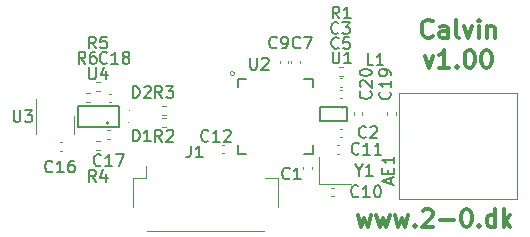
<source format=gbr>
%TF.GenerationSoftware,KiCad,Pcbnew,5.1.9-73d0e3b20d~88~ubuntu20.04.1*%
%TF.CreationDate,2021-04-10T20:27:40+02:00*%
%TF.ProjectId,calvin,63616c76-696e-42e6-9b69-6361645f7063,v1.00*%
%TF.SameCoordinates,Original*%
%TF.FileFunction,Legend,Top*%
%TF.FilePolarity,Positive*%
%FSLAX46Y46*%
G04 Gerber Fmt 4.6, Leading zero omitted, Abs format (unit mm)*
G04 Created by KiCad (PCBNEW 5.1.9-73d0e3b20d~88~ubuntu20.04.1) date 2021-04-10 20:27:40*
%MOMM*%
%LPD*%
G01*
G04 APERTURE LIST*
%ADD10C,0.300000*%
%ADD11C,0.120000*%
%ADD12C,0.150000*%
%ADD13C,0.050000*%
%ADD14C,0.100000*%
%ADD15C,0.152400*%
G04 APERTURE END LIST*
D10*
X161500000Y-108348571D02*
X161785714Y-109348571D01*
X162071428Y-108634285D01*
X162357142Y-109348571D01*
X162642857Y-108348571D01*
X163071428Y-108348571D02*
X163357142Y-109348571D01*
X163642857Y-108634285D01*
X163928571Y-109348571D01*
X164214285Y-108348571D01*
X164642857Y-108348571D02*
X164928571Y-109348571D01*
X165214285Y-108634285D01*
X165500000Y-109348571D01*
X165785714Y-108348571D01*
X166357142Y-109205714D02*
X166428571Y-109277142D01*
X166357142Y-109348571D01*
X166285714Y-109277142D01*
X166357142Y-109205714D01*
X166357142Y-109348571D01*
X167000000Y-107991428D02*
X167071428Y-107920000D01*
X167214285Y-107848571D01*
X167571428Y-107848571D01*
X167714285Y-107920000D01*
X167785714Y-107991428D01*
X167857142Y-108134285D01*
X167857142Y-108277142D01*
X167785714Y-108491428D01*
X166928571Y-109348571D01*
X167857142Y-109348571D01*
X168500000Y-108777142D02*
X169642857Y-108777142D01*
X170642857Y-107848571D02*
X170785714Y-107848571D01*
X170928571Y-107920000D01*
X171000000Y-107991428D01*
X171071428Y-108134285D01*
X171142857Y-108420000D01*
X171142857Y-108777142D01*
X171071428Y-109062857D01*
X171000000Y-109205714D01*
X170928571Y-109277142D01*
X170785714Y-109348571D01*
X170642857Y-109348571D01*
X170500000Y-109277142D01*
X170428571Y-109205714D01*
X170357142Y-109062857D01*
X170285714Y-108777142D01*
X170285714Y-108420000D01*
X170357142Y-108134285D01*
X170428571Y-107991428D01*
X170500000Y-107920000D01*
X170642857Y-107848571D01*
X171785714Y-109205714D02*
X171857142Y-109277142D01*
X171785714Y-109348571D01*
X171714285Y-109277142D01*
X171785714Y-109205714D01*
X171785714Y-109348571D01*
X173142857Y-109348571D02*
X173142857Y-107848571D01*
X173142857Y-109277142D02*
X173000000Y-109348571D01*
X172714285Y-109348571D01*
X172571428Y-109277142D01*
X172500000Y-109205714D01*
X172428571Y-109062857D01*
X172428571Y-108634285D01*
X172500000Y-108491428D01*
X172571428Y-108420000D01*
X172714285Y-108348571D01*
X173000000Y-108348571D01*
X173142857Y-108420000D01*
X173857142Y-109348571D02*
X173857142Y-107848571D01*
X174000000Y-108777142D02*
X174428571Y-109348571D01*
X174428571Y-108348571D02*
X173857142Y-108920000D01*
X167835714Y-93190714D02*
X167764285Y-93262142D01*
X167550000Y-93333571D01*
X167407142Y-93333571D01*
X167192857Y-93262142D01*
X167050000Y-93119285D01*
X166978571Y-92976428D01*
X166907142Y-92690714D01*
X166907142Y-92476428D01*
X166978571Y-92190714D01*
X167050000Y-92047857D01*
X167192857Y-91905000D01*
X167407142Y-91833571D01*
X167550000Y-91833571D01*
X167764285Y-91905000D01*
X167835714Y-91976428D01*
X169121428Y-93333571D02*
X169121428Y-92547857D01*
X169050000Y-92405000D01*
X168907142Y-92333571D01*
X168621428Y-92333571D01*
X168478571Y-92405000D01*
X169121428Y-93262142D02*
X168978571Y-93333571D01*
X168621428Y-93333571D01*
X168478571Y-93262142D01*
X168407142Y-93119285D01*
X168407142Y-92976428D01*
X168478571Y-92833571D01*
X168621428Y-92762142D01*
X168978571Y-92762142D01*
X169121428Y-92690714D01*
X170050000Y-93333571D02*
X169907142Y-93262142D01*
X169835714Y-93119285D01*
X169835714Y-91833571D01*
X170478571Y-92333571D02*
X170835714Y-93333571D01*
X171192857Y-92333571D01*
X171764285Y-93333571D02*
X171764285Y-92333571D01*
X171764285Y-91833571D02*
X171692857Y-91905000D01*
X171764285Y-91976428D01*
X171835714Y-91905000D01*
X171764285Y-91833571D01*
X171764285Y-91976428D01*
X172478571Y-92333571D02*
X172478571Y-93333571D01*
X172478571Y-92476428D02*
X172550000Y-92405000D01*
X172692857Y-92333571D01*
X172907142Y-92333571D01*
X173050000Y-92405000D01*
X173121428Y-92547857D01*
X173121428Y-93333571D01*
X167192857Y-94883571D02*
X167550000Y-95883571D01*
X167907142Y-94883571D01*
X169264285Y-95883571D02*
X168407142Y-95883571D01*
X168835714Y-95883571D02*
X168835714Y-94383571D01*
X168692857Y-94597857D01*
X168550000Y-94740714D01*
X168407142Y-94812142D01*
X169907142Y-95740714D02*
X169978571Y-95812142D01*
X169907142Y-95883571D01*
X169835714Y-95812142D01*
X169907142Y-95740714D01*
X169907142Y-95883571D01*
X170907142Y-94383571D02*
X171050000Y-94383571D01*
X171192857Y-94455000D01*
X171264285Y-94526428D01*
X171335714Y-94669285D01*
X171407142Y-94955000D01*
X171407142Y-95312142D01*
X171335714Y-95597857D01*
X171264285Y-95740714D01*
X171192857Y-95812142D01*
X171050000Y-95883571D01*
X170907142Y-95883571D01*
X170764285Y-95812142D01*
X170692857Y-95740714D01*
X170621428Y-95597857D01*
X170550000Y-95312142D01*
X170550000Y-94955000D01*
X170621428Y-94669285D01*
X170692857Y-94526428D01*
X170764285Y-94455000D01*
X170907142Y-94383571D01*
X172335714Y-94383571D02*
X172478571Y-94383571D01*
X172621428Y-94455000D01*
X172692857Y-94526428D01*
X172764285Y-94669285D01*
X172835714Y-94955000D01*
X172835714Y-95312142D01*
X172764285Y-95597857D01*
X172692857Y-95740714D01*
X172621428Y-95812142D01*
X172478571Y-95883571D01*
X172335714Y-95883571D01*
X172192857Y-95812142D01*
X172121428Y-95740714D01*
X172050000Y-95597857D01*
X171978571Y-95312142D01*
X171978571Y-94955000D01*
X172050000Y-94669285D01*
X172121428Y-94526428D01*
X172192857Y-94455000D01*
X172335714Y-94383571D01*
D11*
%TO.C,J1*%
X142490000Y-107715000D02*
X142490000Y-105215000D01*
X142490000Y-105215000D02*
X143540000Y-105215000D01*
X143540000Y-105215000D02*
X143540000Y-104225000D01*
X154710000Y-107715000D02*
X154710000Y-105215000D01*
X154710000Y-105215000D02*
X153660000Y-105215000D01*
X143660000Y-109685000D02*
X153540000Y-109685000D01*
%TO.C,AE1*%
X165000000Y-98000000D02*
X175000000Y-98000000D01*
X175000000Y-98000000D02*
X175000000Y-107000000D01*
X175000000Y-107000000D02*
X165000000Y-107000000D01*
X165000000Y-107000000D02*
X165000000Y-98000000D01*
D12*
%TO.C,U4*%
X137785500Y-99111000D02*
X137785500Y-100889000D01*
X137785500Y-100889000D02*
X141278000Y-100889000D01*
X141278000Y-100889000D02*
X141278000Y-99111000D01*
X141278000Y-99111000D02*
X137785500Y-99111000D01*
X140415303Y-100571500D02*
G75*
G03*
X140415303Y-100571500I-89803J0D01*
G01*
D11*
%TO.C,C1*%
X157628600Y-104292164D02*
X157628600Y-104507836D01*
X156908600Y-104292164D02*
X156908600Y-104507836D01*
%TO.C,C2*%
X159992164Y-101040000D02*
X160207836Y-101040000D01*
X159992164Y-101760000D02*
X160207836Y-101760000D01*
%TO.C,C3*%
X159992164Y-96780000D02*
X160207836Y-96780000D01*
X159992164Y-97500000D02*
X160207836Y-97500000D01*
%TO.C,C5*%
X159992164Y-97740000D02*
X160207836Y-97740000D01*
X159992164Y-98460000D02*
X160207836Y-98460000D01*
%TO.C,C7*%
X155870000Y-95507836D02*
X155870000Y-95292164D01*
X156590000Y-95507836D02*
X156590000Y-95292164D01*
%TO.C,C9*%
X154900000Y-95507836D02*
X154900000Y-95292164D01*
X155620000Y-95507836D02*
X155620000Y-95292164D01*
%TO.C,C10*%
X159487836Y-106760000D02*
X159272164Y-106760000D01*
X159487836Y-106040000D02*
X159272164Y-106040000D01*
%TO.C,C11*%
X159927836Y-103160000D02*
X159712164Y-103160000D01*
X159927836Y-102440000D02*
X159712164Y-102440000D01*
%TO.C,C12*%
X150207836Y-103128600D02*
X149992164Y-103128600D01*
X150207836Y-102408600D02*
X149992164Y-102408600D01*
%TO.C,R1*%
X159946359Y-95790000D02*
X160253641Y-95790000D01*
X159946359Y-96550000D02*
X160253641Y-96550000D01*
D13*
%TO.C,U1*%
X160218600Y-99350000D02*
G75*
G03*
X160218600Y-99350000I-50000J0D01*
G01*
D12*
X160568600Y-99175000D02*
X160568600Y-100425000D01*
X158343600Y-99175000D02*
X160568600Y-99175000D01*
X158343600Y-100425000D02*
X158343600Y-99175000D01*
X160568600Y-100425000D02*
X158343600Y-100425000D01*
D14*
%TO.C,D1*%
X142160000Y-100500000D02*
G75*
G03*
X142160000Y-100500000I-50000J0D01*
G01*
%TO.C,D2*%
X142160000Y-99500000D02*
G75*
G03*
X142160000Y-99500000I-50000J0D01*
G01*
D11*
%TO.C,C16*%
X136487836Y-102940000D02*
X136272164Y-102940000D01*
X136487836Y-102220000D02*
X136272164Y-102220000D01*
%TO.C,R2*%
X145263641Y-100880000D02*
X144956359Y-100880000D01*
X145263641Y-100120000D02*
X144956359Y-100120000D01*
%TO.C,R3*%
X145263641Y-99880000D02*
X144956359Y-99880000D01*
X145263641Y-99120000D02*
X144956359Y-99120000D01*
%TO.C,R4*%
X139346359Y-102120000D02*
X139653641Y-102120000D01*
X139346359Y-102880000D02*
X139653641Y-102880000D01*
%TO.C,R5*%
X139346359Y-97090000D02*
X139653641Y-97090000D01*
X139346359Y-97850000D02*
X139653641Y-97850000D01*
%TO.C,U3*%
X137510000Y-100000000D02*
X137510000Y-101500000D01*
X134290000Y-98500000D02*
X134290000Y-101500000D01*
%TO.C,C17*%
X140292164Y-101180000D02*
X140507836Y-101180000D01*
X140292164Y-101900000D02*
X140507836Y-101900000D01*
%TO.C,C18*%
X140627836Y-98800000D02*
X140412164Y-98800000D01*
X140627836Y-98080000D02*
X140412164Y-98080000D01*
%TO.C,R6*%
X138486359Y-98060000D02*
X138793641Y-98060000D01*
X138486359Y-98820000D02*
X138793641Y-98820000D01*
%TO.C,Y1*%
X158250000Y-105750000D02*
X160950000Y-105750000D01*
X158250000Y-103450000D02*
X158250000Y-105750000D01*
%TO.C,C19*%
X164000000Y-99887836D02*
X164000000Y-99672164D01*
X164720000Y-99887836D02*
X164720000Y-99672164D01*
%TO.C,C20*%
X161160000Y-99672164D02*
X161160000Y-99887836D01*
X161880000Y-99672164D02*
X161880000Y-99887836D01*
%TO.C,U2*%
X151070278Y-96400000D02*
G75*
G03*
X151070278Y-96400000I-180278J0D01*
G01*
D15*
X151325000Y-103175000D02*
X152028530Y-103175000D01*
X157675000Y-103175000D02*
X157675000Y-102471470D01*
X157675000Y-96825000D02*
X156971470Y-96825000D01*
X151325000Y-96825000D02*
X151325000Y-97528530D01*
X151325000Y-102471470D02*
X151325000Y-103175000D01*
X156971470Y-103175000D02*
X157675000Y-103175000D01*
X157675000Y-97528530D02*
X157675000Y-96825000D01*
X152028530Y-96825000D02*
X151325000Y-96825000D01*
D11*
X150950828Y-96400000D02*
G75*
G03*
X150950828Y-96400000I-60828J0D01*
G01*
%TO.C,J1*%
D12*
X147366666Y-102482380D02*
X147366666Y-103196666D01*
X147319047Y-103339523D01*
X147223809Y-103434761D01*
X147080952Y-103482380D01*
X146985714Y-103482380D01*
X148366666Y-103482380D02*
X147795238Y-103482380D01*
X148080952Y-103482380D02*
X148080952Y-102482380D01*
X147985714Y-102625238D01*
X147890476Y-102720476D01*
X147795238Y-102768095D01*
%TO.C,AE1*%
X164296666Y-105756666D02*
X164296666Y-105280476D01*
X164582380Y-105851904D02*
X163582380Y-105518571D01*
X164582380Y-105185238D01*
X164058571Y-104851904D02*
X164058571Y-104518571D01*
X164582380Y-104375714D02*
X164582380Y-104851904D01*
X163582380Y-104851904D01*
X163582380Y-104375714D01*
X164582380Y-103423333D02*
X164582380Y-103994761D01*
X164582380Y-103709047D02*
X163582380Y-103709047D01*
X163725238Y-103804285D01*
X163820476Y-103899523D01*
X163868095Y-103994761D01*
%TO.C,U4*%
X138738095Y-95852380D02*
X138738095Y-96661904D01*
X138785714Y-96757142D01*
X138833333Y-96804761D01*
X138928571Y-96852380D01*
X139119047Y-96852380D01*
X139214285Y-96804761D01*
X139261904Y-96757142D01*
X139309523Y-96661904D01*
X139309523Y-95852380D01*
X140214285Y-96185714D02*
X140214285Y-96852380D01*
X139976190Y-95804761D02*
X139738095Y-96519047D01*
X140357142Y-96519047D01*
%TO.C,C1*%
X155733333Y-105257142D02*
X155685714Y-105304761D01*
X155542857Y-105352380D01*
X155447619Y-105352380D01*
X155304761Y-105304761D01*
X155209523Y-105209523D01*
X155161904Y-105114285D01*
X155114285Y-104923809D01*
X155114285Y-104780952D01*
X155161904Y-104590476D01*
X155209523Y-104495238D01*
X155304761Y-104400000D01*
X155447619Y-104352380D01*
X155542857Y-104352380D01*
X155685714Y-104400000D01*
X155733333Y-104447619D01*
X156685714Y-105352380D02*
X156114285Y-105352380D01*
X156400000Y-105352380D02*
X156400000Y-104352380D01*
X156304761Y-104495238D01*
X156209523Y-104590476D01*
X156114285Y-104638095D01*
%TO.C,C2*%
X162193333Y-101747142D02*
X162145714Y-101794761D01*
X162002857Y-101842380D01*
X161907619Y-101842380D01*
X161764761Y-101794761D01*
X161669523Y-101699523D01*
X161621904Y-101604285D01*
X161574285Y-101413809D01*
X161574285Y-101270952D01*
X161621904Y-101080476D01*
X161669523Y-100985238D01*
X161764761Y-100890000D01*
X161907619Y-100842380D01*
X162002857Y-100842380D01*
X162145714Y-100890000D01*
X162193333Y-100937619D01*
X162574285Y-100937619D02*
X162621904Y-100890000D01*
X162717142Y-100842380D01*
X162955238Y-100842380D01*
X163050476Y-100890000D01*
X163098095Y-100937619D01*
X163145714Y-101032857D01*
X163145714Y-101128095D01*
X163098095Y-101270952D01*
X162526666Y-101842380D01*
X163145714Y-101842380D01*
%TO.C,C3*%
X159863333Y-92937142D02*
X159815714Y-92984761D01*
X159672857Y-93032380D01*
X159577619Y-93032380D01*
X159434761Y-92984761D01*
X159339523Y-92889523D01*
X159291904Y-92794285D01*
X159244285Y-92603809D01*
X159244285Y-92460952D01*
X159291904Y-92270476D01*
X159339523Y-92175238D01*
X159434761Y-92080000D01*
X159577619Y-92032380D01*
X159672857Y-92032380D01*
X159815714Y-92080000D01*
X159863333Y-92127619D01*
X160196666Y-92032380D02*
X160815714Y-92032380D01*
X160482380Y-92413333D01*
X160625238Y-92413333D01*
X160720476Y-92460952D01*
X160768095Y-92508571D01*
X160815714Y-92603809D01*
X160815714Y-92841904D01*
X160768095Y-92937142D01*
X160720476Y-92984761D01*
X160625238Y-93032380D01*
X160339523Y-93032380D01*
X160244285Y-92984761D01*
X160196666Y-92937142D01*
%TO.C,C5*%
X159893333Y-94207142D02*
X159845714Y-94254761D01*
X159702857Y-94302380D01*
X159607619Y-94302380D01*
X159464761Y-94254761D01*
X159369523Y-94159523D01*
X159321904Y-94064285D01*
X159274285Y-93873809D01*
X159274285Y-93730952D01*
X159321904Y-93540476D01*
X159369523Y-93445238D01*
X159464761Y-93350000D01*
X159607619Y-93302380D01*
X159702857Y-93302380D01*
X159845714Y-93350000D01*
X159893333Y-93397619D01*
X160798095Y-93302380D02*
X160321904Y-93302380D01*
X160274285Y-93778571D01*
X160321904Y-93730952D01*
X160417142Y-93683333D01*
X160655238Y-93683333D01*
X160750476Y-93730952D01*
X160798095Y-93778571D01*
X160845714Y-93873809D01*
X160845714Y-94111904D01*
X160798095Y-94207142D01*
X160750476Y-94254761D01*
X160655238Y-94302380D01*
X160417142Y-94302380D01*
X160321904Y-94254761D01*
X160274285Y-94207142D01*
%TO.C,C7*%
X156633333Y-94157142D02*
X156585714Y-94204761D01*
X156442857Y-94252380D01*
X156347619Y-94252380D01*
X156204761Y-94204761D01*
X156109523Y-94109523D01*
X156061904Y-94014285D01*
X156014285Y-93823809D01*
X156014285Y-93680952D01*
X156061904Y-93490476D01*
X156109523Y-93395238D01*
X156204761Y-93300000D01*
X156347619Y-93252380D01*
X156442857Y-93252380D01*
X156585714Y-93300000D01*
X156633333Y-93347619D01*
X156966666Y-93252380D02*
X157633333Y-93252380D01*
X157204761Y-94252380D01*
%TO.C,C9*%
X154633333Y-94157142D02*
X154585714Y-94204761D01*
X154442857Y-94252380D01*
X154347619Y-94252380D01*
X154204761Y-94204761D01*
X154109523Y-94109523D01*
X154061904Y-94014285D01*
X154014285Y-93823809D01*
X154014285Y-93680952D01*
X154061904Y-93490476D01*
X154109523Y-93395238D01*
X154204761Y-93300000D01*
X154347619Y-93252380D01*
X154442857Y-93252380D01*
X154585714Y-93300000D01*
X154633333Y-93347619D01*
X155109523Y-94252380D02*
X155300000Y-94252380D01*
X155395238Y-94204761D01*
X155442857Y-94157142D01*
X155538095Y-94014285D01*
X155585714Y-93823809D01*
X155585714Y-93442857D01*
X155538095Y-93347619D01*
X155490476Y-93300000D01*
X155395238Y-93252380D01*
X155204761Y-93252380D01*
X155109523Y-93300000D01*
X155061904Y-93347619D01*
X155014285Y-93442857D01*
X155014285Y-93680952D01*
X155061904Y-93776190D01*
X155109523Y-93823809D01*
X155204761Y-93871428D01*
X155395238Y-93871428D01*
X155490476Y-93823809D01*
X155538095Y-93776190D01*
X155585714Y-93680952D01*
%TO.C,C10*%
X161557142Y-106757142D02*
X161509523Y-106804761D01*
X161366666Y-106852380D01*
X161271428Y-106852380D01*
X161128571Y-106804761D01*
X161033333Y-106709523D01*
X160985714Y-106614285D01*
X160938095Y-106423809D01*
X160938095Y-106280952D01*
X160985714Y-106090476D01*
X161033333Y-105995238D01*
X161128571Y-105900000D01*
X161271428Y-105852380D01*
X161366666Y-105852380D01*
X161509523Y-105900000D01*
X161557142Y-105947619D01*
X162509523Y-106852380D02*
X161938095Y-106852380D01*
X162223809Y-106852380D02*
X162223809Y-105852380D01*
X162128571Y-105995238D01*
X162033333Y-106090476D01*
X161938095Y-106138095D01*
X163128571Y-105852380D02*
X163223809Y-105852380D01*
X163319047Y-105900000D01*
X163366666Y-105947619D01*
X163414285Y-106042857D01*
X163461904Y-106233333D01*
X163461904Y-106471428D01*
X163414285Y-106661904D01*
X163366666Y-106757142D01*
X163319047Y-106804761D01*
X163223809Y-106852380D01*
X163128571Y-106852380D01*
X163033333Y-106804761D01*
X162985714Y-106757142D01*
X162938095Y-106661904D01*
X162890476Y-106471428D01*
X162890476Y-106233333D01*
X162938095Y-106042857D01*
X162985714Y-105947619D01*
X163033333Y-105900000D01*
X163128571Y-105852380D01*
%TO.C,C11*%
X161607142Y-103147142D02*
X161559523Y-103194761D01*
X161416666Y-103242380D01*
X161321428Y-103242380D01*
X161178571Y-103194761D01*
X161083333Y-103099523D01*
X161035714Y-103004285D01*
X160988095Y-102813809D01*
X160988095Y-102670952D01*
X161035714Y-102480476D01*
X161083333Y-102385238D01*
X161178571Y-102290000D01*
X161321428Y-102242380D01*
X161416666Y-102242380D01*
X161559523Y-102290000D01*
X161607142Y-102337619D01*
X162559523Y-103242380D02*
X161988095Y-103242380D01*
X162273809Y-103242380D02*
X162273809Y-102242380D01*
X162178571Y-102385238D01*
X162083333Y-102480476D01*
X161988095Y-102528095D01*
X163511904Y-103242380D02*
X162940476Y-103242380D01*
X163226190Y-103242380D02*
X163226190Y-102242380D01*
X163130952Y-102385238D01*
X163035714Y-102480476D01*
X162940476Y-102528095D01*
%TO.C,C12*%
X148857142Y-102057142D02*
X148809523Y-102104761D01*
X148666666Y-102152380D01*
X148571428Y-102152380D01*
X148428571Y-102104761D01*
X148333333Y-102009523D01*
X148285714Y-101914285D01*
X148238095Y-101723809D01*
X148238095Y-101580952D01*
X148285714Y-101390476D01*
X148333333Y-101295238D01*
X148428571Y-101200000D01*
X148571428Y-101152380D01*
X148666666Y-101152380D01*
X148809523Y-101200000D01*
X148857142Y-101247619D01*
X149809523Y-102152380D02*
X149238095Y-102152380D01*
X149523809Y-102152380D02*
X149523809Y-101152380D01*
X149428571Y-101295238D01*
X149333333Y-101390476D01*
X149238095Y-101438095D01*
X150190476Y-101247619D02*
X150238095Y-101200000D01*
X150333333Y-101152380D01*
X150571428Y-101152380D01*
X150666666Y-101200000D01*
X150714285Y-101247619D01*
X150761904Y-101342857D01*
X150761904Y-101438095D01*
X150714285Y-101580952D01*
X150142857Y-102152380D01*
X150761904Y-102152380D01*
%TO.C,R1*%
X159943333Y-91712380D02*
X159610000Y-91236190D01*
X159371904Y-91712380D02*
X159371904Y-90712380D01*
X159752857Y-90712380D01*
X159848095Y-90760000D01*
X159895714Y-90807619D01*
X159943333Y-90902857D01*
X159943333Y-91045714D01*
X159895714Y-91140952D01*
X159848095Y-91188571D01*
X159752857Y-91236190D01*
X159371904Y-91236190D01*
X160895714Y-91712380D02*
X160324285Y-91712380D01*
X160610000Y-91712380D02*
X160610000Y-90712380D01*
X160514761Y-90855238D01*
X160419523Y-90950476D01*
X160324285Y-90998095D01*
%TO.C,U1*%
X159378095Y-94522380D02*
X159378095Y-95331904D01*
X159425714Y-95427142D01*
X159473333Y-95474761D01*
X159568571Y-95522380D01*
X159759047Y-95522380D01*
X159854285Y-95474761D01*
X159901904Y-95427142D01*
X159949523Y-95331904D01*
X159949523Y-94522380D01*
X160949523Y-95522380D02*
X160378095Y-95522380D01*
X160663809Y-95522380D02*
X160663809Y-94522380D01*
X160568571Y-94665238D01*
X160473333Y-94760476D01*
X160378095Y-94808095D01*
%TO.C,D1*%
X142461904Y-102122380D02*
X142461904Y-101122380D01*
X142700000Y-101122380D01*
X142842857Y-101170000D01*
X142938095Y-101265238D01*
X142985714Y-101360476D01*
X143033333Y-101550952D01*
X143033333Y-101693809D01*
X142985714Y-101884285D01*
X142938095Y-101979523D01*
X142842857Y-102074761D01*
X142700000Y-102122380D01*
X142461904Y-102122380D01*
X143985714Y-102122380D02*
X143414285Y-102122380D01*
X143700000Y-102122380D02*
X143700000Y-101122380D01*
X143604761Y-101265238D01*
X143509523Y-101360476D01*
X143414285Y-101408095D01*
%TO.C,D2*%
X142461904Y-98452380D02*
X142461904Y-97452380D01*
X142700000Y-97452380D01*
X142842857Y-97500000D01*
X142938095Y-97595238D01*
X142985714Y-97690476D01*
X143033333Y-97880952D01*
X143033333Y-98023809D01*
X142985714Y-98214285D01*
X142938095Y-98309523D01*
X142842857Y-98404761D01*
X142700000Y-98452380D01*
X142461904Y-98452380D01*
X143414285Y-97547619D02*
X143461904Y-97500000D01*
X143557142Y-97452380D01*
X143795238Y-97452380D01*
X143890476Y-97500000D01*
X143938095Y-97547619D01*
X143985714Y-97642857D01*
X143985714Y-97738095D01*
X143938095Y-97880952D01*
X143366666Y-98452380D01*
X143985714Y-98452380D01*
%TO.C,C16*%
X135657142Y-104657142D02*
X135609523Y-104704761D01*
X135466666Y-104752380D01*
X135371428Y-104752380D01*
X135228571Y-104704761D01*
X135133333Y-104609523D01*
X135085714Y-104514285D01*
X135038095Y-104323809D01*
X135038095Y-104180952D01*
X135085714Y-103990476D01*
X135133333Y-103895238D01*
X135228571Y-103800000D01*
X135371428Y-103752380D01*
X135466666Y-103752380D01*
X135609523Y-103800000D01*
X135657142Y-103847619D01*
X136609523Y-104752380D02*
X136038095Y-104752380D01*
X136323809Y-104752380D02*
X136323809Y-103752380D01*
X136228571Y-103895238D01*
X136133333Y-103990476D01*
X136038095Y-104038095D01*
X137466666Y-103752380D02*
X137276190Y-103752380D01*
X137180952Y-103800000D01*
X137133333Y-103847619D01*
X137038095Y-103990476D01*
X136990476Y-104180952D01*
X136990476Y-104561904D01*
X137038095Y-104657142D01*
X137085714Y-104704761D01*
X137180952Y-104752380D01*
X137371428Y-104752380D01*
X137466666Y-104704761D01*
X137514285Y-104657142D01*
X137561904Y-104561904D01*
X137561904Y-104323809D01*
X137514285Y-104228571D01*
X137466666Y-104180952D01*
X137371428Y-104133333D01*
X137180952Y-104133333D01*
X137085714Y-104180952D01*
X137038095Y-104228571D01*
X136990476Y-104323809D01*
%TO.C,R2*%
X144933333Y-102152380D02*
X144600000Y-101676190D01*
X144361904Y-102152380D02*
X144361904Y-101152380D01*
X144742857Y-101152380D01*
X144838095Y-101200000D01*
X144885714Y-101247619D01*
X144933333Y-101342857D01*
X144933333Y-101485714D01*
X144885714Y-101580952D01*
X144838095Y-101628571D01*
X144742857Y-101676190D01*
X144361904Y-101676190D01*
X145314285Y-101247619D02*
X145361904Y-101200000D01*
X145457142Y-101152380D01*
X145695238Y-101152380D01*
X145790476Y-101200000D01*
X145838095Y-101247619D01*
X145885714Y-101342857D01*
X145885714Y-101438095D01*
X145838095Y-101580952D01*
X145266666Y-102152380D01*
X145885714Y-102152380D01*
%TO.C,R3*%
X144933333Y-98452380D02*
X144600000Y-97976190D01*
X144361904Y-98452380D02*
X144361904Y-97452380D01*
X144742857Y-97452380D01*
X144838095Y-97500000D01*
X144885714Y-97547619D01*
X144933333Y-97642857D01*
X144933333Y-97785714D01*
X144885714Y-97880952D01*
X144838095Y-97928571D01*
X144742857Y-97976190D01*
X144361904Y-97976190D01*
X145266666Y-97452380D02*
X145885714Y-97452380D01*
X145552380Y-97833333D01*
X145695238Y-97833333D01*
X145790476Y-97880952D01*
X145838095Y-97928571D01*
X145885714Y-98023809D01*
X145885714Y-98261904D01*
X145838095Y-98357142D01*
X145790476Y-98404761D01*
X145695238Y-98452380D01*
X145409523Y-98452380D01*
X145314285Y-98404761D01*
X145266666Y-98357142D01*
%TO.C,R4*%
X139333333Y-105552380D02*
X139000000Y-105076190D01*
X138761904Y-105552380D02*
X138761904Y-104552380D01*
X139142857Y-104552380D01*
X139238095Y-104600000D01*
X139285714Y-104647619D01*
X139333333Y-104742857D01*
X139333333Y-104885714D01*
X139285714Y-104980952D01*
X139238095Y-105028571D01*
X139142857Y-105076190D01*
X138761904Y-105076190D01*
X140190476Y-104885714D02*
X140190476Y-105552380D01*
X139952380Y-104504761D02*
X139714285Y-105219047D01*
X140333333Y-105219047D01*
%TO.C,R5*%
X139333333Y-94252380D02*
X139000000Y-93776190D01*
X138761904Y-94252380D02*
X138761904Y-93252380D01*
X139142857Y-93252380D01*
X139238095Y-93300000D01*
X139285714Y-93347619D01*
X139333333Y-93442857D01*
X139333333Y-93585714D01*
X139285714Y-93680952D01*
X139238095Y-93728571D01*
X139142857Y-93776190D01*
X138761904Y-93776190D01*
X140238095Y-93252380D02*
X139761904Y-93252380D01*
X139714285Y-93728571D01*
X139761904Y-93680952D01*
X139857142Y-93633333D01*
X140095238Y-93633333D01*
X140190476Y-93680952D01*
X140238095Y-93728571D01*
X140285714Y-93823809D01*
X140285714Y-94061904D01*
X140238095Y-94157142D01*
X140190476Y-94204761D01*
X140095238Y-94252380D01*
X139857142Y-94252380D01*
X139761904Y-94204761D01*
X139714285Y-94157142D01*
%TO.C,U3*%
X132358095Y-99482380D02*
X132358095Y-100291904D01*
X132405714Y-100387142D01*
X132453333Y-100434761D01*
X132548571Y-100482380D01*
X132739047Y-100482380D01*
X132834285Y-100434761D01*
X132881904Y-100387142D01*
X132929523Y-100291904D01*
X132929523Y-99482380D01*
X133310476Y-99482380D02*
X133929523Y-99482380D01*
X133596190Y-99863333D01*
X133739047Y-99863333D01*
X133834285Y-99910952D01*
X133881904Y-99958571D01*
X133929523Y-100053809D01*
X133929523Y-100291904D01*
X133881904Y-100387142D01*
X133834285Y-100434761D01*
X133739047Y-100482380D01*
X133453333Y-100482380D01*
X133358095Y-100434761D01*
X133310476Y-100387142D01*
%TO.C,C17*%
X139757142Y-104127142D02*
X139709523Y-104174761D01*
X139566666Y-104222380D01*
X139471428Y-104222380D01*
X139328571Y-104174761D01*
X139233333Y-104079523D01*
X139185714Y-103984285D01*
X139138095Y-103793809D01*
X139138095Y-103650952D01*
X139185714Y-103460476D01*
X139233333Y-103365238D01*
X139328571Y-103270000D01*
X139471428Y-103222380D01*
X139566666Y-103222380D01*
X139709523Y-103270000D01*
X139757142Y-103317619D01*
X140709523Y-104222380D02*
X140138095Y-104222380D01*
X140423809Y-104222380D02*
X140423809Y-103222380D01*
X140328571Y-103365238D01*
X140233333Y-103460476D01*
X140138095Y-103508095D01*
X141042857Y-103222380D02*
X141709523Y-103222380D01*
X141280952Y-104222380D01*
%TO.C,C18*%
X140257142Y-95457142D02*
X140209523Y-95504761D01*
X140066666Y-95552380D01*
X139971428Y-95552380D01*
X139828571Y-95504761D01*
X139733333Y-95409523D01*
X139685714Y-95314285D01*
X139638095Y-95123809D01*
X139638095Y-94980952D01*
X139685714Y-94790476D01*
X139733333Y-94695238D01*
X139828571Y-94600000D01*
X139971428Y-94552380D01*
X140066666Y-94552380D01*
X140209523Y-94600000D01*
X140257142Y-94647619D01*
X141209523Y-95552380D02*
X140638095Y-95552380D01*
X140923809Y-95552380D02*
X140923809Y-94552380D01*
X140828571Y-94695238D01*
X140733333Y-94790476D01*
X140638095Y-94838095D01*
X141780952Y-94980952D02*
X141685714Y-94933333D01*
X141638095Y-94885714D01*
X141590476Y-94790476D01*
X141590476Y-94742857D01*
X141638095Y-94647619D01*
X141685714Y-94600000D01*
X141780952Y-94552380D01*
X141971428Y-94552380D01*
X142066666Y-94600000D01*
X142114285Y-94647619D01*
X142161904Y-94742857D01*
X142161904Y-94790476D01*
X142114285Y-94885714D01*
X142066666Y-94933333D01*
X141971428Y-94980952D01*
X141780952Y-94980952D01*
X141685714Y-95028571D01*
X141638095Y-95076190D01*
X141590476Y-95171428D01*
X141590476Y-95361904D01*
X141638095Y-95457142D01*
X141685714Y-95504761D01*
X141780952Y-95552380D01*
X141971428Y-95552380D01*
X142066666Y-95504761D01*
X142114285Y-95457142D01*
X142161904Y-95361904D01*
X142161904Y-95171428D01*
X142114285Y-95076190D01*
X142066666Y-95028571D01*
X141971428Y-94980952D01*
%TO.C,R6*%
X138433333Y-95552380D02*
X138100000Y-95076190D01*
X137861904Y-95552380D02*
X137861904Y-94552380D01*
X138242857Y-94552380D01*
X138338095Y-94600000D01*
X138385714Y-94647619D01*
X138433333Y-94742857D01*
X138433333Y-94885714D01*
X138385714Y-94980952D01*
X138338095Y-95028571D01*
X138242857Y-95076190D01*
X137861904Y-95076190D01*
X139290476Y-94552380D02*
X139100000Y-94552380D01*
X139004761Y-94600000D01*
X138957142Y-94647619D01*
X138861904Y-94790476D01*
X138814285Y-94980952D01*
X138814285Y-95361904D01*
X138861904Y-95457142D01*
X138909523Y-95504761D01*
X139004761Y-95552380D01*
X139195238Y-95552380D01*
X139290476Y-95504761D01*
X139338095Y-95457142D01*
X139385714Y-95361904D01*
X139385714Y-95123809D01*
X139338095Y-95028571D01*
X139290476Y-94980952D01*
X139195238Y-94933333D01*
X139004761Y-94933333D01*
X138909523Y-94980952D01*
X138861904Y-95028571D01*
X138814285Y-95123809D01*
%TO.C,Y1*%
X161583809Y-104576190D02*
X161583809Y-105052380D01*
X161250476Y-104052380D02*
X161583809Y-104576190D01*
X161917142Y-104052380D01*
X162774285Y-105052380D02*
X162202857Y-105052380D01*
X162488571Y-105052380D02*
X162488571Y-104052380D01*
X162393333Y-104195238D01*
X162298095Y-104290476D01*
X162202857Y-104338095D01*
%TO.C,C19*%
X164227142Y-97932857D02*
X164274761Y-97980476D01*
X164322380Y-98123333D01*
X164322380Y-98218571D01*
X164274761Y-98361428D01*
X164179523Y-98456666D01*
X164084285Y-98504285D01*
X163893809Y-98551904D01*
X163750952Y-98551904D01*
X163560476Y-98504285D01*
X163465238Y-98456666D01*
X163370000Y-98361428D01*
X163322380Y-98218571D01*
X163322380Y-98123333D01*
X163370000Y-97980476D01*
X163417619Y-97932857D01*
X164322380Y-96980476D02*
X164322380Y-97551904D01*
X164322380Y-97266190D02*
X163322380Y-97266190D01*
X163465238Y-97361428D01*
X163560476Y-97456666D01*
X163608095Y-97551904D01*
X164322380Y-96504285D02*
X164322380Y-96313809D01*
X164274761Y-96218571D01*
X164227142Y-96170952D01*
X164084285Y-96075714D01*
X163893809Y-96028095D01*
X163512857Y-96028095D01*
X163417619Y-96075714D01*
X163370000Y-96123333D01*
X163322380Y-96218571D01*
X163322380Y-96409047D01*
X163370000Y-96504285D01*
X163417619Y-96551904D01*
X163512857Y-96599523D01*
X163750952Y-96599523D01*
X163846190Y-96551904D01*
X163893809Y-96504285D01*
X163941428Y-96409047D01*
X163941428Y-96218571D01*
X163893809Y-96123333D01*
X163846190Y-96075714D01*
X163750952Y-96028095D01*
%TO.C,C20*%
X162577142Y-97902857D02*
X162624761Y-97950476D01*
X162672380Y-98093333D01*
X162672380Y-98188571D01*
X162624761Y-98331428D01*
X162529523Y-98426666D01*
X162434285Y-98474285D01*
X162243809Y-98521904D01*
X162100952Y-98521904D01*
X161910476Y-98474285D01*
X161815238Y-98426666D01*
X161720000Y-98331428D01*
X161672380Y-98188571D01*
X161672380Y-98093333D01*
X161720000Y-97950476D01*
X161767619Y-97902857D01*
X161767619Y-97521904D02*
X161720000Y-97474285D01*
X161672380Y-97379047D01*
X161672380Y-97140952D01*
X161720000Y-97045714D01*
X161767619Y-96998095D01*
X161862857Y-96950476D01*
X161958095Y-96950476D01*
X162100952Y-96998095D01*
X162672380Y-97569523D01*
X162672380Y-96950476D01*
X161672380Y-96331428D02*
X161672380Y-96236190D01*
X161720000Y-96140952D01*
X161767619Y-96093333D01*
X161862857Y-96045714D01*
X162053333Y-95998095D01*
X162291428Y-95998095D01*
X162481904Y-96045714D01*
X162577142Y-96093333D01*
X162624761Y-96140952D01*
X162672380Y-96236190D01*
X162672380Y-96331428D01*
X162624761Y-96426666D01*
X162577142Y-96474285D01*
X162481904Y-96521904D01*
X162291428Y-96569523D01*
X162053333Y-96569523D01*
X161862857Y-96521904D01*
X161767619Y-96474285D01*
X161720000Y-96426666D01*
X161672380Y-96331428D01*
%TO.C,L1*%
X162823333Y-95672380D02*
X162347142Y-95672380D01*
X162347142Y-94672380D01*
X163680476Y-95672380D02*
X163109047Y-95672380D01*
X163394761Y-95672380D02*
X163394761Y-94672380D01*
X163299523Y-94815238D01*
X163204285Y-94910476D01*
X163109047Y-94958095D01*
%TO.C,U2*%
X152388095Y-95042380D02*
X152388095Y-95851904D01*
X152435714Y-95947142D01*
X152483333Y-95994761D01*
X152578571Y-96042380D01*
X152769047Y-96042380D01*
X152864285Y-95994761D01*
X152911904Y-95947142D01*
X152959523Y-95851904D01*
X152959523Y-95042380D01*
X153388095Y-95137619D02*
X153435714Y-95090000D01*
X153530952Y-95042380D01*
X153769047Y-95042380D01*
X153864285Y-95090000D01*
X153911904Y-95137619D01*
X153959523Y-95232857D01*
X153959523Y-95328095D01*
X153911904Y-95470952D01*
X153340476Y-96042380D01*
X153959523Y-96042380D01*
%TD*%
M02*

</source>
